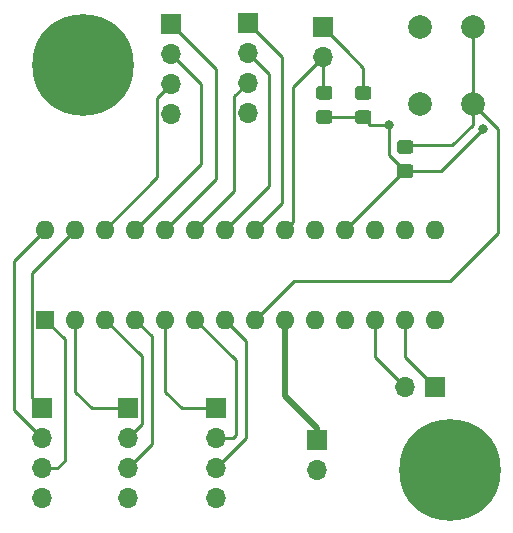
<source format=gbr>
%TF.GenerationSoftware,KiCad,Pcbnew,(5.1.6)-1*%
%TF.CreationDate,2020-09-04T23:44:55+02:00*%
%TF.ProjectId,gpioexpander3,6770696f-6578-4706-916e-646572332e6b,rev?*%
%TF.SameCoordinates,Original*%
%TF.FileFunction,Copper,L1,Top*%
%TF.FilePolarity,Positive*%
%FSLAX46Y46*%
G04 Gerber Fmt 4.6, Leading zero omitted, Abs format (unit mm)*
G04 Created by KiCad (PCBNEW (5.1.6)-1) date 2020-09-04 23:44:55*
%MOMM*%
%LPD*%
G01*
G04 APERTURE LIST*
%TA.AperFunction,ComponentPad*%
%ADD10O,1.700000X1.700000*%
%TD*%
%TA.AperFunction,ComponentPad*%
%ADD11R,1.700000X1.700000*%
%TD*%
%TA.AperFunction,ComponentPad*%
%ADD12O,1.600000X1.600000*%
%TD*%
%TA.AperFunction,ComponentPad*%
%ADD13R,1.600000X1.600000*%
%TD*%
%TA.AperFunction,ComponentPad*%
%ADD14C,2.000000*%
%TD*%
%TA.AperFunction,ComponentPad*%
%ADD15C,0.900000*%
%TD*%
%TA.AperFunction,ComponentPad*%
%ADD16C,8.600000*%
%TD*%
%TA.AperFunction,ViaPad*%
%ADD17C,0.800000*%
%TD*%
%TA.AperFunction,Conductor*%
%ADD18C,0.250000*%
%TD*%
%TA.AperFunction,Conductor*%
%ADD19C,0.500000*%
%TD*%
G04 APERTURE END LIST*
D10*
%TO.P,J7,4*%
%TO.N,GND*%
X140843000Y-103378000D03*
%TO.P,J7,3*%
%TO.N,Net-(J7-Pad3)*%
X140843000Y-100838000D03*
%TO.P,J7,2*%
%TO.N,Net-(J7-Pad2)*%
X140843000Y-98298000D03*
D11*
%TO.P,J7,1*%
%TO.N,Net-(J7-Pad1)*%
X140843000Y-95758000D03*
%TD*%
%TO.P,R3,2*%
%TO.N,Net-(J8-Pad1)*%
%TA.AperFunction,SMDPad,CuDef*%
G36*
G01*
X153739001Y-69663000D02*
X152838999Y-69663000D01*
G75*
G02*
X152589000Y-69413001I0J249999D01*
G01*
X152589000Y-68762999D01*
G75*
G02*
X152838999Y-68513000I249999J0D01*
G01*
X153739001Y-68513000D01*
G75*
G02*
X153989000Y-68762999I0J-249999D01*
G01*
X153989000Y-69413001D01*
G75*
G02*
X153739001Y-69663000I-249999J0D01*
G01*
G37*
%TD.AperFunction*%
%TO.P,R3,1*%
%TO.N,+3V3*%
%TA.AperFunction,SMDPad,CuDef*%
G36*
G01*
X153739001Y-71713000D02*
X152838999Y-71713000D01*
G75*
G02*
X152589000Y-71463001I0J249999D01*
G01*
X152589000Y-70812999D01*
G75*
G02*
X152838999Y-70563000I249999J0D01*
G01*
X153739001Y-70563000D01*
G75*
G02*
X153989000Y-70812999I0J-249999D01*
G01*
X153989000Y-71463001D01*
G75*
G02*
X153739001Y-71713000I-249999J0D01*
G01*
G37*
%TD.AperFunction*%
%TD*%
%TO.P,R2,2*%
%TO.N,+3V3*%
%TA.AperFunction,SMDPad,CuDef*%
G36*
G01*
X149536999Y-70545000D02*
X150437001Y-70545000D01*
G75*
G02*
X150687000Y-70794999I0J-249999D01*
G01*
X150687000Y-71445001D01*
G75*
G02*
X150437001Y-71695000I-249999J0D01*
G01*
X149536999Y-71695000D01*
G75*
G02*
X149287000Y-71445001I0J249999D01*
G01*
X149287000Y-70794999D01*
G75*
G02*
X149536999Y-70545000I249999J0D01*
G01*
G37*
%TD.AperFunction*%
%TO.P,R2,1*%
%TO.N,Net-(J8-Pad2)*%
%TA.AperFunction,SMDPad,CuDef*%
G36*
G01*
X149536999Y-68495000D02*
X150437001Y-68495000D01*
G75*
G02*
X150687000Y-68744999I0J-249999D01*
G01*
X150687000Y-69395001D01*
G75*
G02*
X150437001Y-69645000I-249999J0D01*
G01*
X149536999Y-69645000D01*
G75*
G02*
X149287000Y-69395001I0J249999D01*
G01*
X149287000Y-68744999D01*
G75*
G02*
X149536999Y-68495000I249999J0D01*
G01*
G37*
%TD.AperFunction*%
%TD*%
%TO.P,R1,2*%
%TO.N,+3V3*%
%TA.AperFunction,SMDPad,CuDef*%
G36*
G01*
X156394999Y-75126000D02*
X157295001Y-75126000D01*
G75*
G02*
X157545000Y-75375999I0J-249999D01*
G01*
X157545000Y-76026001D01*
G75*
G02*
X157295001Y-76276000I-249999J0D01*
G01*
X156394999Y-76276000D01*
G75*
G02*
X156145000Y-76026001I0J249999D01*
G01*
X156145000Y-75375999D01*
G75*
G02*
X156394999Y-75126000I249999J0D01*
G01*
G37*
%TD.AperFunction*%
%TO.P,R1,1*%
%TO.N,/Action*%
%TA.AperFunction,SMDPad,CuDef*%
G36*
G01*
X156394999Y-73076000D02*
X157295001Y-73076000D01*
G75*
G02*
X157545000Y-73325999I0J-249999D01*
G01*
X157545000Y-73976001D01*
G75*
G02*
X157295001Y-74226000I-249999J0D01*
G01*
X156394999Y-74226000D01*
G75*
G02*
X156145000Y-73976001I0J249999D01*
G01*
X156145000Y-73325999D01*
G75*
G02*
X156394999Y-73076000I249999J0D01*
G01*
G37*
%TD.AperFunction*%
%TD*%
D10*
%TO.P,J1,2*%
%TO.N,GND*%
X149352000Y-100965000D03*
D11*
%TO.P,J1,1*%
%TO.N,+3V3*%
X149352000Y-98425000D03*
%TD*%
D12*
%TO.P,U1,28*%
%TO.N,Net-(J5-Pad2)*%
X126365000Y-80645000D03*
%TO.P,U1,14*%
%TO.N,N/C*%
X159385000Y-88265000D03*
%TO.P,U1,27*%
%TO.N,Net-(J5-Pad1)*%
X128905000Y-80645000D03*
%TO.P,U1,13*%
%TO.N,Net-(J2-Pad1)*%
X156845000Y-88265000D03*
%TO.P,U1,26*%
%TO.N,Net-(J4-Pad3)*%
X131445000Y-80645000D03*
%TO.P,U1,12*%
%TO.N,Net-(J2-Pad2)*%
X154305000Y-88265000D03*
%TO.P,U1,25*%
%TO.N,Net-(J4-Pad2)*%
X133985000Y-80645000D03*
%TO.P,U1,11*%
%TO.N,N/C*%
X151765000Y-88265000D03*
%TO.P,U1,24*%
%TO.N,Net-(J4-Pad1)*%
X136525000Y-80645000D03*
%TO.P,U1,10*%
%TO.N,GND*%
X149225000Y-88265000D03*
%TO.P,U1,23*%
%TO.N,Net-(J3-Pad3)*%
X139065000Y-80645000D03*
%TO.P,U1,9*%
%TO.N,+3V3*%
X146685000Y-88265000D03*
%TO.P,U1,22*%
%TO.N,Net-(J3-Pad2)*%
X141605000Y-80645000D03*
%TO.P,U1,8*%
%TO.N,/Action*%
X144145000Y-88265000D03*
%TO.P,U1,21*%
%TO.N,Net-(J3-Pad1)*%
X144145000Y-80645000D03*
%TO.P,U1,7*%
%TO.N,Net-(J7-Pad3)*%
X141605000Y-88265000D03*
%TO.P,U1,20*%
%TO.N,Net-(J8-Pad2)*%
X146685000Y-80645000D03*
%TO.P,U1,6*%
%TO.N,Net-(J7-Pad2)*%
X139065000Y-88265000D03*
%TO.P,U1,19*%
%TO.N,Net-(J8-Pad1)*%
X149225000Y-80645000D03*
%TO.P,U1,5*%
%TO.N,Net-(J7-Pad1)*%
X136525000Y-88265000D03*
%TO.P,U1,18*%
%TO.N,+3V3*%
X151765000Y-80645000D03*
%TO.P,U1,4*%
%TO.N,Net-(J6-Pad3)*%
X133985000Y-88265000D03*
%TO.P,U1,17*%
%TO.N,/A2*%
X154305000Y-80645000D03*
%TO.P,U1,3*%
%TO.N,Net-(J6-Pad2)*%
X131445000Y-88265000D03*
%TO.P,U1,16*%
%TO.N,/A1*%
X156845000Y-80645000D03*
%TO.P,U1,2*%
%TO.N,Net-(J6-Pad1)*%
X128905000Y-88265000D03*
%TO.P,U1,15*%
%TO.N,/A0*%
X159385000Y-80645000D03*
D13*
%TO.P,U1,1*%
%TO.N,Net-(J5-Pad3)*%
X126365000Y-88265000D03*
%TD*%
D14*
%TO.P,SW1,1*%
%TO.N,/Action*%
X162560000Y-70000000D03*
%TO.P,SW1,2*%
%TO.N,GND*%
X158060000Y-70000000D03*
%TO.P,SW1,1*%
%TO.N,/Action*%
X162560000Y-63500000D03*
%TO.P,SW1,2*%
%TO.N,GND*%
X158060000Y-63500000D03*
%TD*%
D10*
%TO.P,J8,2*%
%TO.N,Net-(J8-Pad2)*%
X149860000Y-66040000D03*
D11*
%TO.P,J8,1*%
%TO.N,Net-(J8-Pad1)*%
X149860000Y-63500000D03*
%TD*%
D10*
%TO.P,J6,4*%
%TO.N,GND*%
X133350000Y-103378000D03*
%TO.P,J6,3*%
%TO.N,Net-(J6-Pad3)*%
X133350000Y-100838000D03*
%TO.P,J6,2*%
%TO.N,Net-(J6-Pad2)*%
X133350000Y-98298000D03*
D11*
%TO.P,J6,1*%
%TO.N,Net-(J6-Pad1)*%
X133350000Y-95758000D03*
%TD*%
D10*
%TO.P,J5,4*%
%TO.N,GND*%
X126111000Y-103378000D03*
%TO.P,J5,3*%
%TO.N,Net-(J5-Pad3)*%
X126111000Y-100838000D03*
%TO.P,J5,2*%
%TO.N,Net-(J5-Pad2)*%
X126111000Y-98298000D03*
D11*
%TO.P,J5,1*%
%TO.N,Net-(J5-Pad1)*%
X126111000Y-95758000D03*
%TD*%
D10*
%TO.P,J4,4*%
%TO.N,GND*%
X137033000Y-70866000D03*
%TO.P,J4,3*%
%TO.N,Net-(J4-Pad3)*%
X137033000Y-68326000D03*
%TO.P,J4,2*%
%TO.N,Net-(J4-Pad2)*%
X137033000Y-65786000D03*
D11*
%TO.P,J4,1*%
%TO.N,Net-(J4-Pad1)*%
X137033000Y-63246000D03*
%TD*%
D10*
%TO.P,J3,4*%
%TO.N,GND*%
X143510000Y-70739000D03*
%TO.P,J3,3*%
%TO.N,Net-(J3-Pad3)*%
X143510000Y-68199000D03*
%TO.P,J3,2*%
%TO.N,Net-(J3-Pad2)*%
X143510000Y-65659000D03*
D11*
%TO.P,J3,1*%
%TO.N,Net-(J3-Pad1)*%
X143510000Y-63119000D03*
%TD*%
D10*
%TO.P,J2,2*%
%TO.N,Net-(J2-Pad2)*%
X156845000Y-93980000D03*
D11*
%TO.P,J2,1*%
%TO.N,Net-(J2-Pad1)*%
X159385000Y-93980000D03*
%TD*%
D15*
%TO.P,H2,1*%
%TO.N,GND*%
X162935419Y-98684581D03*
X160655000Y-97740000D03*
X158374581Y-98684581D03*
X157430000Y-100965000D03*
X158374581Y-103245419D03*
X160655000Y-104190000D03*
X162935419Y-103245419D03*
X163880000Y-100965000D03*
D16*
X160655000Y-100965000D03*
%TD*%
D15*
%TO.P,H1,1*%
%TO.N,GND*%
X131820419Y-64394581D03*
X129540000Y-63450000D03*
X127259581Y-64394581D03*
X126315000Y-66675000D03*
X127259581Y-68955419D03*
X129540000Y-69900000D03*
X131820419Y-68955419D03*
X132765000Y-66675000D03*
D16*
X129540000Y-66675000D03*
%TD*%
D17*
%TO.N,+3V3*%
X155448000Y-71755000D03*
X163449000Y-72136000D03*
%TD*%
D18*
%TO.N,+3V3*%
X156845000Y-75701000D02*
X155448000Y-74304000D01*
X155448000Y-74304000D02*
X155448000Y-71755000D01*
X159884000Y-75701000D02*
X156845000Y-75701000D01*
X163449000Y-72136000D02*
X159884000Y-75701000D01*
X156709000Y-75701000D02*
X156845000Y-75701000D01*
X151765000Y-80645000D02*
X156709000Y-75701000D01*
X153906000Y-71755000D02*
X153289000Y-71138000D01*
X155448000Y-71755000D02*
X153906000Y-71755000D01*
X150005000Y-71138000D02*
X149987000Y-71120000D01*
X153289000Y-71138000D02*
X150005000Y-71138000D01*
D19*
X146685000Y-94742000D02*
X146685000Y-88265000D01*
X149352000Y-98425000D02*
X149352000Y-97409000D01*
X149352000Y-97409000D02*
X146685000Y-94742000D01*
D18*
%TO.N,Net-(J2-Pad2)*%
X154305000Y-88265000D02*
X154305000Y-91440000D01*
X154305000Y-91440000D02*
X156845000Y-93980000D01*
%TO.N,Net-(J2-Pad1)*%
X156845000Y-91440000D02*
X159385000Y-93980000D01*
X156845000Y-88265000D02*
X156845000Y-91440000D01*
%TO.N,Net-(J3-Pad3)*%
X142334999Y-77375001D02*
X139065000Y-80645000D01*
X142334999Y-69374001D02*
X142334999Y-77375001D01*
X143510000Y-68199000D02*
X142334999Y-69374001D01*
%TO.N,Net-(J3-Pad2)*%
X143510000Y-65659000D02*
X145288000Y-67437000D01*
X145288000Y-76962000D02*
X141605000Y-80645000D01*
X145288000Y-67437000D02*
X145288000Y-76962000D01*
%TO.N,Net-(J3-Pad1)*%
X143510000Y-63119000D02*
X146431000Y-66040000D01*
X146431000Y-78359000D02*
X144145000Y-80645000D01*
X146431000Y-66040000D02*
X146431000Y-78359000D01*
%TO.N,Net-(J4-Pad3)*%
X135857999Y-69501001D02*
X135857999Y-76232001D01*
X135857999Y-76232001D02*
X131445000Y-80645000D01*
X137033000Y-68326000D02*
X135857999Y-69501001D01*
%TO.N,Net-(J4-Pad2)*%
X137033000Y-65786000D02*
X139573000Y-68326000D01*
X139573000Y-75057000D02*
X133985000Y-80645000D01*
X139573000Y-68326000D02*
X139573000Y-75057000D01*
%TO.N,Net-(J4-Pad1)*%
X137033000Y-63246000D02*
X140843000Y-67056000D01*
X140843000Y-76327000D02*
X136525000Y-80645000D01*
X140843000Y-67056000D02*
X140843000Y-76327000D01*
%TO.N,Net-(J5-Pad3)*%
X126111000Y-100838000D02*
X127381000Y-100838000D01*
X127381000Y-100838000D02*
X128016000Y-100203000D01*
X128016000Y-89916000D02*
X126365000Y-88265000D01*
X128016000Y-100203000D02*
X128016000Y-89916000D01*
%TO.N,Net-(J5-Pad2)*%
X126365000Y-80645000D02*
X123698000Y-83312000D01*
X123698000Y-95885000D02*
X126111000Y-98298000D01*
X123698000Y-83312000D02*
X123698000Y-95885000D01*
%TO.N,Net-(J5-Pad1)*%
X125239999Y-94886999D02*
X125239999Y-84310001D01*
X125239999Y-84310001D02*
X128905000Y-80645000D01*
X126111000Y-95758000D02*
X125239999Y-94886999D01*
%TO.N,Net-(J6-Pad3)*%
X133350000Y-100838000D02*
X135382000Y-98806000D01*
X135382000Y-89662000D02*
X133985000Y-88265000D01*
X135382000Y-98806000D02*
X135382000Y-89662000D01*
%TO.N,Net-(J6-Pad2)*%
X134525001Y-91345001D02*
X131445000Y-88265000D01*
X134525001Y-97122999D02*
X134525001Y-91345001D01*
X133350000Y-98298000D02*
X134525001Y-97122999D01*
%TO.N,Net-(J6-Pad1)*%
X133350000Y-95758000D02*
X130302000Y-95758000D01*
X128905000Y-94361000D02*
X128905000Y-88265000D01*
X130302000Y-95758000D02*
X128905000Y-94361000D01*
%TO.N,Net-(J7-Pad3)*%
X140843000Y-100838000D02*
X143383000Y-98298000D01*
X143383000Y-90043000D02*
X141605000Y-88265000D01*
X143383000Y-98298000D02*
X143383000Y-90043000D01*
%TO.N,Net-(J7-Pad2)*%
X140843000Y-98298000D02*
X142240000Y-98298000D01*
X142240000Y-98298000D02*
X142494000Y-98044000D01*
X142494000Y-91694000D02*
X139065000Y-88265000D01*
X142494000Y-98044000D02*
X142494000Y-91694000D01*
%TO.N,Net-(J7-Pad1)*%
X140843000Y-95758000D02*
X137922000Y-95758000D01*
X136525000Y-94361000D02*
X136525000Y-88265000D01*
X137922000Y-95758000D02*
X136525000Y-94361000D01*
%TO.N,Net-(J8-Pad1)*%
X153289000Y-66929000D02*
X151892000Y-65532000D01*
X153289000Y-69088000D02*
X153289000Y-66929000D01*
X149860000Y-63500000D02*
X151892000Y-65532000D01*
X151892000Y-65532000D02*
X152019000Y-65659000D01*
%TO.N,Net-(J8-Pad2)*%
X149860000Y-68943000D02*
X149987000Y-69070000D01*
X149860000Y-66040000D02*
X149860000Y-68943000D01*
X146685000Y-80645000D02*
X147320000Y-80010000D01*
X147320000Y-68580000D02*
X149860000Y-66040000D01*
X147320000Y-80010000D02*
X147320000Y-68580000D01*
%TO.N,/Action*%
X162560000Y-70000000D02*
X162560000Y-63500000D01*
X162560000Y-70000000D02*
X162560000Y-71755000D01*
X160800000Y-73515000D02*
X156845000Y-73515000D01*
X162560000Y-71755000D02*
X160800000Y-73515000D01*
X144145000Y-88265000D02*
X147447000Y-84963000D01*
X147447000Y-84963000D02*
X160655000Y-84963000D01*
X160655000Y-84963000D02*
X164719000Y-80899000D01*
X164719000Y-72159000D02*
X162560000Y-70000000D01*
X164719000Y-80899000D02*
X164719000Y-72159000D01*
%TD*%
M02*

</source>
